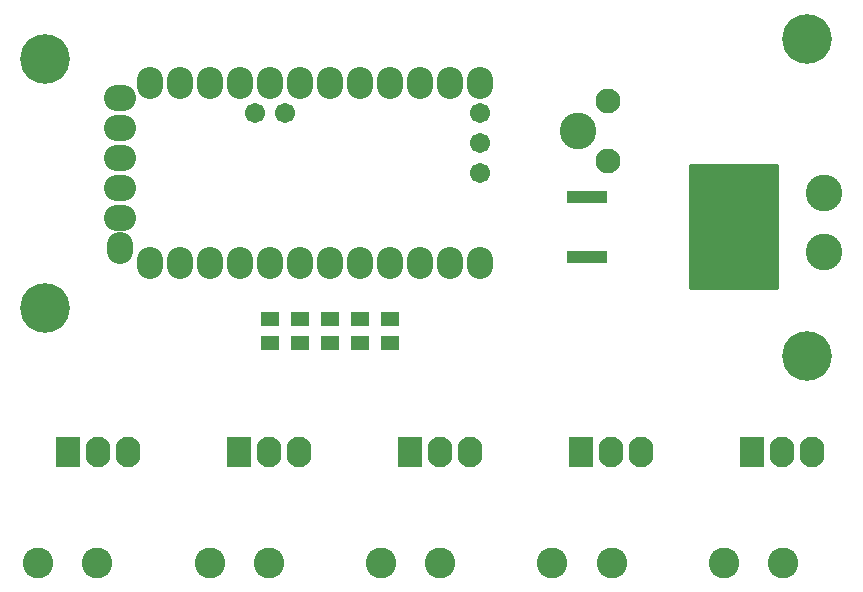
<source format=gbs>
G04 Layer: BottomSolderMaskLayer*
G04 EasyEDA v6.5.22, 2023-01-03 09:55:25*
G04 7daa880b0f2f4c369114fb813a63f3e8,5dd06754fdd742daa6fe38bf62b7df6b,10*
G04 Gerber Generator version 0.2*
G04 Scale: 100 percent, Rotated: No, Reflected: No *
G04 Dimensions in millimeters *
G04 leading zeros omitted , absolute positions ,4 integer and 5 decimal *
%FSLAX45Y45*%
%MOMM*%

%AMMACRO1*1,1,$1,$2,$3*1,1,$1,$4,$5*1,1,$1,0-$2,0-$3*1,1,$1,0-$4,0-$5*20,1,$1,$2,$3,$4,$5,0*20,1,$1,$4,$5,0-$2,0-$3,0*20,1,$1,0-$2,0-$3,0-$4,0-$5,0*20,1,$1,0-$4,0-$5,$2,$3,0*4,1,4,$2,$3,$4,$5,0-$2,0-$3,0-$4,0-$5,$2,$3,0*%
%ADD10MACRO1,0.1016X0.6885X0.5663X-0.6885X0.5663*%
%ADD11MACRO1,0.1016X0.6885X-0.5663X-0.6885X-0.5663*%
%ADD12MACRO1,0.1016X1.647X0.49X1.647X-0.49*%
%ADD13MACRO1,0.1016X3.766X-5.2832X3.766X5.2832*%
%ADD14MACRO1,0.1016X-1.0008X1.2497X1.0008X1.2497*%
%ADD15O,2.101596X2.601595*%
%ADD16C,2.1016*%
%ADD17C,3.1016*%
%ADD18O,2.2031959999999997X2.7031949999999996*%
%ADD19C,1.7112*%
%ADD20O,2.7031949999999996X2.2031959999999997*%
%ADD21C,2.6016*%
%ADD22C,4.2032*%

%LPD*%
D10*
G01*
X3467100Y2878145D03*
D11*
G01*
X3467100Y3078154D03*
D10*
G01*
X3213100Y2878145D03*
D11*
G01*
X3213100Y3078154D03*
D10*
G01*
X2959100Y2878145D03*
D11*
G01*
X2959100Y3078154D03*
D10*
G01*
X2705100Y2878145D03*
D11*
G01*
X2705100Y3078154D03*
D10*
G01*
X2451100Y2878145D03*
D11*
G01*
X2451100Y3078154D03*
D12*
G01*
X5131305Y3606800D03*
G01*
X5131305Y4114800D03*
D13*
G01*
X6374912Y3860800D03*
D14*
G01*
X6527800Y1955797D03*
D15*
G01*
X7035800Y1955797D03*
G01*
X6781800Y1955797D03*
D14*
G01*
X5080000Y1955800D03*
D15*
G01*
X5588000Y1955800D03*
G01*
X5334000Y1955800D03*
D14*
G01*
X3632200Y1955802D03*
D15*
G01*
X4140200Y1955802D03*
G01*
X3886200Y1955802D03*
D14*
G01*
X2184400Y1955797D03*
D15*
G01*
X2692400Y1955797D03*
G01*
X2438400Y1955797D03*
D14*
G01*
X736600Y1955797D03*
D15*
G01*
X1244600Y1955797D03*
G01*
X990600Y1955797D03*
D16*
G01*
X5308600Y4419600D03*
D17*
G01*
X5058613Y4673600D03*
D16*
G01*
X5308600Y4927600D03*
D18*
G01*
X3213100Y5080000D03*
G01*
X2959100Y5080000D03*
G01*
X2705100Y5080000D03*
G01*
X2451100Y5080000D03*
D19*
G01*
X2578100Y4826000D03*
G01*
X2324100Y4826000D03*
G01*
X4229100Y4572000D03*
G01*
X4229100Y4826000D03*
D20*
G01*
X1181100Y4953000D03*
D18*
G01*
X2451100Y3556000D03*
G01*
X2705100Y3556000D03*
G01*
X2959100Y3556000D03*
G01*
X3213100Y3556000D03*
G01*
X3467100Y3556000D03*
G01*
X3721100Y3556000D03*
G01*
X3975100Y3556000D03*
G01*
X4229100Y3556000D03*
G01*
X4229100Y5080000D03*
G01*
X3975100Y5080000D03*
G01*
X3721100Y5080000D03*
G01*
X3467100Y5080000D03*
G01*
X1181100Y3683000D03*
G01*
X2197100Y3556000D03*
G01*
X1689100Y5080000D03*
D20*
G01*
X1181100Y4699000D03*
D19*
G01*
X4229100Y4318000D03*
D18*
G01*
X1435100Y5080000D03*
G01*
X1943100Y5080000D03*
G01*
X1943100Y3556000D03*
G01*
X1689100Y3556000D03*
D20*
G01*
X1181100Y4191000D03*
D18*
G01*
X1435100Y3556000D03*
D20*
G01*
X1181100Y3937000D03*
D18*
G01*
X2197100Y5080000D03*
D20*
G01*
X1181100Y4445000D03*
D17*
G01*
X7137400Y3648900D03*
G01*
X7137400Y4148899D03*
D21*
G01*
X6290500Y1016000D03*
G01*
X6790499Y1016000D03*
G01*
X4839525Y1016000D03*
G01*
X5339524Y1016000D03*
G01*
X3388550Y1016000D03*
G01*
X3888549Y1016000D03*
G01*
X1937575Y1016000D03*
G01*
X2437574Y1016000D03*
G01*
X486600Y1016000D03*
G01*
X986599Y1016000D03*
D22*
G01*
X6991350Y2768600D03*
G01*
X546100Y3175000D03*
G01*
X6991350Y5448300D03*
G01*
X546100Y5283200D03*
M02*

</source>
